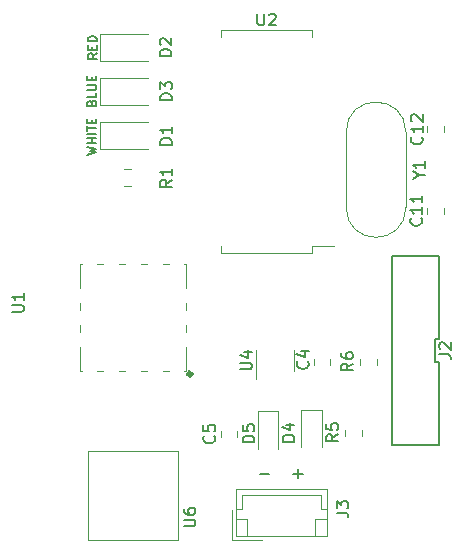
<source format=gto>
G04 #@! TF.GenerationSoftware,KiCad,Pcbnew,(5.1.4)-1*
G04 #@! TF.CreationDate,2020-02-22T17:54:15-05:00*
G04 #@! TF.ProjectId,gps_2,6770735f-322e-46b6-9963-61645f706362,rev?*
G04 #@! TF.SameCoordinates,Original*
G04 #@! TF.FileFunction,Legend,Top*
G04 #@! TF.FilePolarity,Positive*
%FSLAX46Y46*%
G04 Gerber Fmt 4.6, Leading zero omitted, Abs format (unit mm)*
G04 Created by KiCad (PCBNEW (5.1.4)-1) date 2020-02-22 17:54:15*
%MOMM*%
%LPD*%
G04 APERTURE LIST*
%ADD10C,0.203200*%
%ADD11C,0.127000*%
%ADD12C,0.120000*%
%ADD13C,0.150000*%
%ADD14C,0.400000*%
G04 APERTURE END LIST*
D10*
X88506904Y-72716571D02*
X89281000Y-72716571D01*
X91313000Y-72716571D02*
X92087095Y-72716571D01*
X91700047Y-73103619D02*
X91700047Y-72329523D01*
D11*
X74215171Y-41333057D02*
X74251457Y-41224200D01*
X74287742Y-41187914D01*
X74360314Y-41151628D01*
X74469171Y-41151628D01*
X74541742Y-41187914D01*
X74578028Y-41224200D01*
X74614314Y-41296771D01*
X74614314Y-41587057D01*
X73852314Y-41587057D01*
X73852314Y-41333057D01*
X73888600Y-41260485D01*
X73924885Y-41224200D01*
X73997457Y-41187914D01*
X74070028Y-41187914D01*
X74142600Y-41224200D01*
X74178885Y-41260485D01*
X74215171Y-41333057D01*
X74215171Y-41587057D01*
X74614314Y-40462200D02*
X74614314Y-40825057D01*
X73852314Y-40825057D01*
X73852314Y-40208200D02*
X74469171Y-40208200D01*
X74541742Y-40171914D01*
X74578028Y-40135628D01*
X74614314Y-40063057D01*
X74614314Y-39917914D01*
X74578028Y-39845342D01*
X74541742Y-39809057D01*
X74469171Y-39772771D01*
X73852314Y-39772771D01*
X74215171Y-39409914D02*
X74215171Y-39155914D01*
X74614314Y-39047057D02*
X74614314Y-39409914D01*
X73852314Y-39409914D01*
X73852314Y-39047057D01*
X74665114Y-37116657D02*
X74302257Y-37370657D01*
X74665114Y-37552085D02*
X73903114Y-37552085D01*
X73903114Y-37261800D01*
X73939400Y-37189228D01*
X73975685Y-37152942D01*
X74048257Y-37116657D01*
X74157114Y-37116657D01*
X74229685Y-37152942D01*
X74265971Y-37189228D01*
X74302257Y-37261800D01*
X74302257Y-37552085D01*
X74265971Y-36790085D02*
X74265971Y-36536085D01*
X74665114Y-36427228D02*
X74665114Y-36790085D01*
X73903114Y-36790085D01*
X73903114Y-36427228D01*
X74665114Y-36100657D02*
X73903114Y-36100657D01*
X73903114Y-35919228D01*
X73939400Y-35810371D01*
X74011971Y-35737800D01*
X74084542Y-35701514D01*
X74229685Y-35665228D01*
X74338542Y-35665228D01*
X74483685Y-35701514D01*
X74556257Y-35737800D01*
X74628828Y-35810371D01*
X74665114Y-35919228D01*
X74665114Y-36100657D01*
X73852314Y-45687342D02*
X74614314Y-45505914D01*
X74070028Y-45360771D01*
X74614314Y-45215628D01*
X73852314Y-45034200D01*
X74614314Y-44743914D02*
X73852314Y-44743914D01*
X74215171Y-44743914D02*
X74215171Y-44308485D01*
X74614314Y-44308485D02*
X73852314Y-44308485D01*
X74614314Y-43945628D02*
X73852314Y-43945628D01*
X73852314Y-43691628D02*
X73852314Y-43256200D01*
X74614314Y-43473914D02*
X73852314Y-43473914D01*
X74215171Y-43002200D02*
X74215171Y-42748200D01*
X74614314Y-42639342D02*
X74614314Y-43002200D01*
X73852314Y-43002200D01*
X73852314Y-42639342D01*
D12*
X76996548Y-48360400D02*
X77519052Y-48360400D01*
X76996548Y-46940400D02*
X77519052Y-46940400D01*
D13*
X103616000Y-70262000D02*
X103616000Y-63262000D01*
X103616000Y-63262000D02*
X103316000Y-63262000D01*
X103316000Y-63262000D02*
X103316000Y-61262000D01*
X103316000Y-61262000D02*
X103616000Y-61262000D01*
X103616000Y-61262000D02*
X103616000Y-54262000D01*
X103616000Y-54262000D02*
X99616000Y-54262000D01*
X99616000Y-54262000D02*
X99616000Y-70262000D01*
X99616000Y-70262000D02*
X103616000Y-70262000D01*
D12*
X94436000Y-63490852D02*
X94436000Y-62968348D01*
X93016000Y-63490852D02*
X93016000Y-62968348D01*
X82224000Y-58819000D02*
X82224000Y-58269000D01*
X82224000Y-60669000D02*
X82224000Y-60119000D01*
X82224000Y-63969000D02*
X82224000Y-61969000D01*
X82224000Y-56969000D02*
X82224000Y-54969000D01*
X82224000Y-54969000D02*
X82074000Y-54969000D01*
X80774000Y-54969000D02*
X80224000Y-54969000D01*
X78924000Y-54969000D02*
X78374000Y-54969000D01*
X77074000Y-54969000D02*
X76524000Y-54969000D01*
X75224000Y-54969000D02*
X74674000Y-54969000D01*
X73374000Y-54969000D02*
X73224000Y-54969000D01*
X73224000Y-56969000D02*
X73224000Y-54969000D01*
X73249000Y-58819000D02*
X73249000Y-58269000D01*
X73224000Y-63969000D02*
X73224000Y-61969000D01*
X73249000Y-60669000D02*
X73249000Y-60119000D01*
X73374000Y-63969000D02*
X73224000Y-63969000D01*
X75224000Y-63969000D02*
X74674000Y-63969000D01*
X77074000Y-63969000D02*
X76524000Y-63969000D01*
X78924000Y-63969000D02*
X78374000Y-63969000D01*
X80774000Y-63969000D02*
X80224000Y-63969000D01*
X82224000Y-63969000D02*
X82074000Y-63969000D01*
D14*
X82665421Y-64269000D02*
G75*
G03X82665421Y-64269000I-141421J0D01*
G01*
D12*
X100823000Y-43763000D02*
G75*
G03X95773000Y-43763000I-2525000J0D01*
G01*
X100823000Y-50163000D02*
G75*
G02X95773000Y-50163000I-2525000J0D01*
G01*
X100823000Y-50163000D02*
X100823000Y-43763000D01*
X95773000Y-50163000D02*
X95773000Y-43763000D01*
X85142000Y-69071748D02*
X85142000Y-69594252D01*
X86562000Y-69071748D02*
X86562000Y-69594252D01*
X104037200Y-50166748D02*
X104037200Y-50689252D01*
X102617200Y-50166748D02*
X102617200Y-50689252D01*
X102617200Y-43813252D02*
X102617200Y-43290748D01*
X104037200Y-43813252D02*
X104037200Y-43290748D01*
X93687000Y-67335000D02*
X93687000Y-70485000D01*
X91987000Y-67335000D02*
X91987000Y-70485000D01*
X93687000Y-67335000D02*
X91987000Y-67335000D01*
X90004000Y-67422000D02*
X90004000Y-70572000D01*
X88304000Y-67422000D02*
X88304000Y-70572000D01*
X90004000Y-67422000D02*
X88304000Y-67422000D01*
X95683000Y-69485252D02*
X95683000Y-68962748D01*
X97103000Y-69485252D02*
X97103000Y-68962748D01*
X98373000Y-63472852D02*
X98373000Y-62950348D01*
X96953000Y-63472852D02*
X96953000Y-62950348D01*
X92887000Y-53392000D02*
X94727000Y-53392000D01*
X92887000Y-54037000D02*
X92887000Y-53392000D01*
X89027000Y-54037000D02*
X92887000Y-54037000D01*
X85167000Y-54037000D02*
X85167000Y-53392000D01*
X89027000Y-54037000D02*
X85167000Y-54037000D01*
X92887000Y-35117000D02*
X92887000Y-35762000D01*
X89027000Y-35117000D02*
X92887000Y-35117000D01*
X85167000Y-35117000D02*
X85167000Y-35762000D01*
X89027000Y-35117000D02*
X85167000Y-35117000D01*
X91399000Y-64019000D02*
X91399000Y-62219000D01*
X88179000Y-62219000D02*
X88179000Y-64669000D01*
X86417000Y-73982000D02*
X86417000Y-78002000D01*
X86417000Y-78002000D02*
X94137000Y-78002000D01*
X94137000Y-78002000D02*
X94137000Y-73982000D01*
X94137000Y-73982000D02*
X86417000Y-73982000D01*
X86417000Y-75692000D02*
X86917000Y-75692000D01*
X86917000Y-75692000D02*
X86917000Y-74482000D01*
X86917000Y-74482000D02*
X93637000Y-74482000D01*
X93637000Y-74482000D02*
X93637000Y-75692000D01*
X93637000Y-75692000D02*
X94137000Y-75692000D01*
X86417000Y-76502000D02*
X87417000Y-76502000D01*
X87417000Y-76502000D02*
X87417000Y-78002000D01*
X94137000Y-76502000D02*
X93137000Y-76502000D01*
X93137000Y-76502000D02*
X93137000Y-78002000D01*
X86117000Y-75802000D02*
X86117000Y-78302000D01*
X86117000Y-78302000D02*
X88617000Y-78302000D01*
X73949000Y-70774000D02*
X81499000Y-70774000D01*
X73949000Y-78324000D02*
X73949000Y-70774000D01*
X81499000Y-78324000D02*
X81499000Y-70774000D01*
X81499000Y-78324000D02*
X73949000Y-78324000D01*
X74922700Y-45229400D02*
X78982700Y-45229400D01*
X74922700Y-42959400D02*
X74922700Y-45229400D01*
X78982700Y-42959400D02*
X74922700Y-42959400D01*
X74897300Y-37736400D02*
X78957300Y-37736400D01*
X74897300Y-35466400D02*
X74897300Y-37736400D01*
X78957300Y-35466400D02*
X74897300Y-35466400D01*
X78979500Y-39200200D02*
X74919500Y-39200200D01*
X74919500Y-39200200D02*
X74919500Y-41470200D01*
X74919500Y-41470200D02*
X78979500Y-41470200D01*
D13*
X81021180Y-47817066D02*
X80544990Y-48150400D01*
X81021180Y-48388495D02*
X80021180Y-48388495D01*
X80021180Y-48007542D01*
X80068800Y-47912304D01*
X80116419Y-47864685D01*
X80211657Y-47817066D01*
X80354514Y-47817066D01*
X80449752Y-47864685D01*
X80497371Y-47912304D01*
X80544990Y-48007542D01*
X80544990Y-48388495D01*
X81021180Y-46864685D02*
X81021180Y-47436114D01*
X81021180Y-47150400D02*
X80021180Y-47150400D01*
X80164038Y-47245638D01*
X80259276Y-47340876D01*
X80306895Y-47436114D01*
X103643180Y-62588733D02*
X104357466Y-62588733D01*
X104500323Y-62636352D01*
X104595561Y-62731590D01*
X104643180Y-62874447D01*
X104643180Y-62969685D01*
X103738419Y-62160161D02*
X103690800Y-62112542D01*
X103643180Y-62017304D01*
X103643180Y-61779209D01*
X103690800Y-61683971D01*
X103738419Y-61636352D01*
X103833657Y-61588733D01*
X103928895Y-61588733D01*
X104071752Y-61636352D01*
X104643180Y-62207780D01*
X104643180Y-61588733D01*
X92508342Y-63196766D02*
X92555961Y-63244385D01*
X92603580Y-63387242D01*
X92603580Y-63482480D01*
X92555961Y-63625338D01*
X92460723Y-63720576D01*
X92365485Y-63768195D01*
X92175009Y-63815814D01*
X92032152Y-63815814D01*
X91841676Y-63768195D01*
X91746438Y-63720576D01*
X91651200Y-63625338D01*
X91603580Y-63482480D01*
X91603580Y-63387242D01*
X91651200Y-63244385D01*
X91698819Y-63196766D01*
X91936914Y-62339623D02*
X92603580Y-62339623D01*
X91555961Y-62577719D02*
X92270247Y-62815814D01*
X92270247Y-62196766D01*
X67473580Y-59004104D02*
X68283104Y-59004104D01*
X68378342Y-58956485D01*
X68425961Y-58908866D01*
X68473580Y-58813628D01*
X68473580Y-58623152D01*
X68425961Y-58527914D01*
X68378342Y-58480295D01*
X68283104Y-58432676D01*
X67473580Y-58432676D01*
X68473580Y-57432676D02*
X68473580Y-58004104D01*
X68473580Y-57718390D02*
X67473580Y-57718390D01*
X67616438Y-57813628D01*
X67711676Y-57908866D01*
X67759295Y-58004104D01*
X101931790Y-47440790D02*
X102407980Y-47440790D01*
X101407980Y-47774123D02*
X101931790Y-47440790D01*
X101407980Y-47107457D01*
X102407980Y-46250314D02*
X102407980Y-46821742D01*
X102407980Y-46536028D02*
X101407980Y-46536028D01*
X101550838Y-46631266D01*
X101646076Y-46726504D01*
X101693695Y-46821742D01*
X84583542Y-69499666D02*
X84631161Y-69547285D01*
X84678780Y-69690142D01*
X84678780Y-69785380D01*
X84631161Y-69928238D01*
X84535923Y-70023476D01*
X84440685Y-70071095D01*
X84250209Y-70118714D01*
X84107352Y-70118714D01*
X83916876Y-70071095D01*
X83821638Y-70023476D01*
X83726400Y-69928238D01*
X83678780Y-69785380D01*
X83678780Y-69690142D01*
X83726400Y-69547285D01*
X83774019Y-69499666D01*
X83678780Y-68594904D02*
X83678780Y-69071095D01*
X84154971Y-69118714D01*
X84107352Y-69071095D01*
X84059733Y-68975857D01*
X84059733Y-68737761D01*
X84107352Y-68642523D01*
X84154971Y-68594904D01*
X84250209Y-68547285D01*
X84488304Y-68547285D01*
X84583542Y-68594904D01*
X84631161Y-68642523D01*
X84678780Y-68737761D01*
X84678780Y-68975857D01*
X84631161Y-69071095D01*
X84583542Y-69118714D01*
X102109542Y-51070857D02*
X102157161Y-51118476D01*
X102204780Y-51261333D01*
X102204780Y-51356571D01*
X102157161Y-51499428D01*
X102061923Y-51594666D01*
X101966685Y-51642285D01*
X101776209Y-51689904D01*
X101633352Y-51689904D01*
X101442876Y-51642285D01*
X101347638Y-51594666D01*
X101252400Y-51499428D01*
X101204780Y-51356571D01*
X101204780Y-51261333D01*
X101252400Y-51118476D01*
X101300019Y-51070857D01*
X102204780Y-50118476D02*
X102204780Y-50689904D01*
X102204780Y-50404190D02*
X101204780Y-50404190D01*
X101347638Y-50499428D01*
X101442876Y-50594666D01*
X101490495Y-50689904D01*
X102204780Y-49166095D02*
X102204780Y-49737523D01*
X102204780Y-49451809D02*
X101204780Y-49451809D01*
X101347638Y-49547047D01*
X101442876Y-49642285D01*
X101490495Y-49737523D01*
X102160342Y-44194857D02*
X102207961Y-44242476D01*
X102255580Y-44385333D01*
X102255580Y-44480571D01*
X102207961Y-44623428D01*
X102112723Y-44718666D01*
X102017485Y-44766285D01*
X101827009Y-44813904D01*
X101684152Y-44813904D01*
X101493676Y-44766285D01*
X101398438Y-44718666D01*
X101303200Y-44623428D01*
X101255580Y-44480571D01*
X101255580Y-44385333D01*
X101303200Y-44242476D01*
X101350819Y-44194857D01*
X102255580Y-43242476D02*
X102255580Y-43813904D01*
X102255580Y-43528190D02*
X101255580Y-43528190D01*
X101398438Y-43623428D01*
X101493676Y-43718666D01*
X101541295Y-43813904D01*
X101350819Y-42861523D02*
X101303200Y-42813904D01*
X101255580Y-42718666D01*
X101255580Y-42480571D01*
X101303200Y-42385333D01*
X101350819Y-42337714D01*
X101446057Y-42290095D01*
X101541295Y-42290095D01*
X101684152Y-42337714D01*
X102255580Y-42909142D01*
X102255580Y-42290095D01*
X91384380Y-69978495D02*
X90384380Y-69978495D01*
X90384380Y-69740400D01*
X90432000Y-69597542D01*
X90527238Y-69502304D01*
X90622476Y-69454685D01*
X90812952Y-69407066D01*
X90955809Y-69407066D01*
X91146285Y-69454685D01*
X91241523Y-69502304D01*
X91336761Y-69597542D01*
X91384380Y-69740400D01*
X91384380Y-69978495D01*
X90717714Y-68549923D02*
X91384380Y-68549923D01*
X90336761Y-68788019D02*
X91051047Y-69026114D01*
X91051047Y-68407066D01*
X88006180Y-70060095D02*
X87006180Y-70060095D01*
X87006180Y-69822000D01*
X87053800Y-69679142D01*
X87149038Y-69583904D01*
X87244276Y-69536285D01*
X87434752Y-69488666D01*
X87577609Y-69488666D01*
X87768085Y-69536285D01*
X87863323Y-69583904D01*
X87958561Y-69679142D01*
X88006180Y-69822000D01*
X88006180Y-70060095D01*
X87006180Y-68583904D02*
X87006180Y-69060095D01*
X87482371Y-69107714D01*
X87434752Y-69060095D01*
X87387133Y-68964857D01*
X87387133Y-68726761D01*
X87434752Y-68631523D01*
X87482371Y-68583904D01*
X87577609Y-68536285D01*
X87815704Y-68536285D01*
X87910942Y-68583904D01*
X87958561Y-68631523D01*
X88006180Y-68726761D01*
X88006180Y-68964857D01*
X87958561Y-69060095D01*
X87910942Y-69107714D01*
X95092780Y-69381666D02*
X94616590Y-69715000D01*
X95092780Y-69953095D02*
X94092780Y-69953095D01*
X94092780Y-69572142D01*
X94140400Y-69476904D01*
X94188019Y-69429285D01*
X94283257Y-69381666D01*
X94426114Y-69381666D01*
X94521352Y-69429285D01*
X94568971Y-69476904D01*
X94616590Y-69572142D01*
X94616590Y-69953095D01*
X94092780Y-68476904D02*
X94092780Y-68953095D01*
X94568971Y-69000714D01*
X94521352Y-68953095D01*
X94473733Y-68857857D01*
X94473733Y-68619761D01*
X94521352Y-68524523D01*
X94568971Y-68476904D01*
X94664209Y-68429285D01*
X94902304Y-68429285D01*
X94997542Y-68476904D01*
X95045161Y-68524523D01*
X95092780Y-68619761D01*
X95092780Y-68857857D01*
X95045161Y-68953095D01*
X94997542Y-69000714D01*
X96337380Y-63378266D02*
X95861190Y-63711600D01*
X96337380Y-63949695D02*
X95337380Y-63949695D01*
X95337380Y-63568742D01*
X95385000Y-63473504D01*
X95432619Y-63425885D01*
X95527857Y-63378266D01*
X95670714Y-63378266D01*
X95765952Y-63425885D01*
X95813571Y-63473504D01*
X95861190Y-63568742D01*
X95861190Y-63949695D01*
X95337380Y-62521123D02*
X95337380Y-62711600D01*
X95385000Y-62806838D01*
X95432619Y-62854457D01*
X95575476Y-62949695D01*
X95765952Y-62997314D01*
X96146904Y-62997314D01*
X96242142Y-62949695D01*
X96289761Y-62902076D01*
X96337380Y-62806838D01*
X96337380Y-62616361D01*
X96289761Y-62521123D01*
X96242142Y-62473504D01*
X96146904Y-62425885D01*
X95908809Y-62425885D01*
X95813571Y-62473504D01*
X95765952Y-62521123D01*
X95718333Y-62616361D01*
X95718333Y-62806838D01*
X95765952Y-62902076D01*
X95813571Y-62949695D01*
X95908809Y-62997314D01*
X88265095Y-33742380D02*
X88265095Y-34551904D01*
X88312714Y-34647142D01*
X88360333Y-34694761D01*
X88455571Y-34742380D01*
X88646047Y-34742380D01*
X88741285Y-34694761D01*
X88788904Y-34647142D01*
X88836523Y-34551904D01*
X88836523Y-33742380D01*
X89265095Y-33837619D02*
X89312714Y-33790000D01*
X89407952Y-33742380D01*
X89646047Y-33742380D01*
X89741285Y-33790000D01*
X89788904Y-33837619D01*
X89836523Y-33932857D01*
X89836523Y-34028095D01*
X89788904Y-34170952D01*
X89217476Y-34742380D01*
X89836523Y-34742380D01*
X86802980Y-63880904D02*
X87612504Y-63880904D01*
X87707742Y-63833285D01*
X87755361Y-63785666D01*
X87802980Y-63690428D01*
X87802980Y-63499952D01*
X87755361Y-63404714D01*
X87707742Y-63357095D01*
X87612504Y-63309476D01*
X86802980Y-63309476D01*
X87136314Y-62404714D02*
X87802980Y-62404714D01*
X86755361Y-62642809D02*
X87469647Y-62880904D01*
X87469647Y-62261857D01*
X94956380Y-76025333D02*
X95670666Y-76025333D01*
X95813523Y-76072952D01*
X95908761Y-76168190D01*
X95956380Y-76311047D01*
X95956380Y-76406285D01*
X94956380Y-75644380D02*
X94956380Y-75025333D01*
X95337333Y-75358666D01*
X95337333Y-75215809D01*
X95384952Y-75120571D01*
X95432571Y-75072952D01*
X95527809Y-75025333D01*
X95765904Y-75025333D01*
X95861142Y-75072952D01*
X95908761Y-75120571D01*
X95956380Y-75215809D01*
X95956380Y-75501523D01*
X95908761Y-75596761D01*
X95861142Y-75644380D01*
X82002380Y-77165104D02*
X82811904Y-77165104D01*
X82907142Y-77117485D01*
X82954761Y-77069866D01*
X83002380Y-76974628D01*
X83002380Y-76784152D01*
X82954761Y-76688914D01*
X82907142Y-76641295D01*
X82811904Y-76593676D01*
X82002380Y-76593676D01*
X82002380Y-75688914D02*
X82002380Y-75879390D01*
X82050000Y-75974628D01*
X82097619Y-76022247D01*
X82240476Y-76117485D01*
X82430952Y-76165104D01*
X82811904Y-76165104D01*
X82907142Y-76117485D01*
X82954761Y-76069866D01*
X83002380Y-75974628D01*
X83002380Y-75784152D01*
X82954761Y-75688914D01*
X82907142Y-75641295D01*
X82811904Y-75593676D01*
X82573809Y-75593676D01*
X82478571Y-75641295D01*
X82430952Y-75688914D01*
X82383333Y-75784152D01*
X82383333Y-75974628D01*
X82430952Y-76069866D01*
X82478571Y-76117485D01*
X82573809Y-76165104D01*
X81021180Y-44832495D02*
X80021180Y-44832495D01*
X80021180Y-44594400D01*
X80068800Y-44451542D01*
X80164038Y-44356304D01*
X80259276Y-44308685D01*
X80449752Y-44261066D01*
X80592609Y-44261066D01*
X80783085Y-44308685D01*
X80878323Y-44356304D01*
X80973561Y-44451542D01*
X81021180Y-44594400D01*
X81021180Y-44832495D01*
X81021180Y-43308685D02*
X81021180Y-43880114D01*
X81021180Y-43594400D02*
X80021180Y-43594400D01*
X80164038Y-43689638D01*
X80259276Y-43784876D01*
X80306895Y-43880114D01*
X80970380Y-37339495D02*
X79970380Y-37339495D01*
X79970380Y-37101400D01*
X80018000Y-36958542D01*
X80113238Y-36863304D01*
X80208476Y-36815685D01*
X80398952Y-36768066D01*
X80541809Y-36768066D01*
X80732285Y-36815685D01*
X80827523Y-36863304D01*
X80922761Y-36958542D01*
X80970380Y-37101400D01*
X80970380Y-37339495D01*
X80065619Y-36387114D02*
X80018000Y-36339495D01*
X79970380Y-36244257D01*
X79970380Y-36006161D01*
X80018000Y-35910923D01*
X80065619Y-35863304D01*
X80160857Y-35815685D01*
X80256095Y-35815685D01*
X80398952Y-35863304D01*
X80970380Y-36434733D01*
X80970380Y-35815685D01*
X81021180Y-41073295D02*
X80021180Y-41073295D01*
X80021180Y-40835200D01*
X80068800Y-40692342D01*
X80164038Y-40597104D01*
X80259276Y-40549485D01*
X80449752Y-40501866D01*
X80592609Y-40501866D01*
X80783085Y-40549485D01*
X80878323Y-40597104D01*
X80973561Y-40692342D01*
X81021180Y-40835200D01*
X81021180Y-41073295D01*
X80021180Y-40168533D02*
X80021180Y-39549485D01*
X80402133Y-39882819D01*
X80402133Y-39739961D01*
X80449752Y-39644723D01*
X80497371Y-39597104D01*
X80592609Y-39549485D01*
X80830704Y-39549485D01*
X80925942Y-39597104D01*
X80973561Y-39644723D01*
X81021180Y-39739961D01*
X81021180Y-40025676D01*
X80973561Y-40120914D01*
X80925942Y-40168533D01*
M02*

</source>
